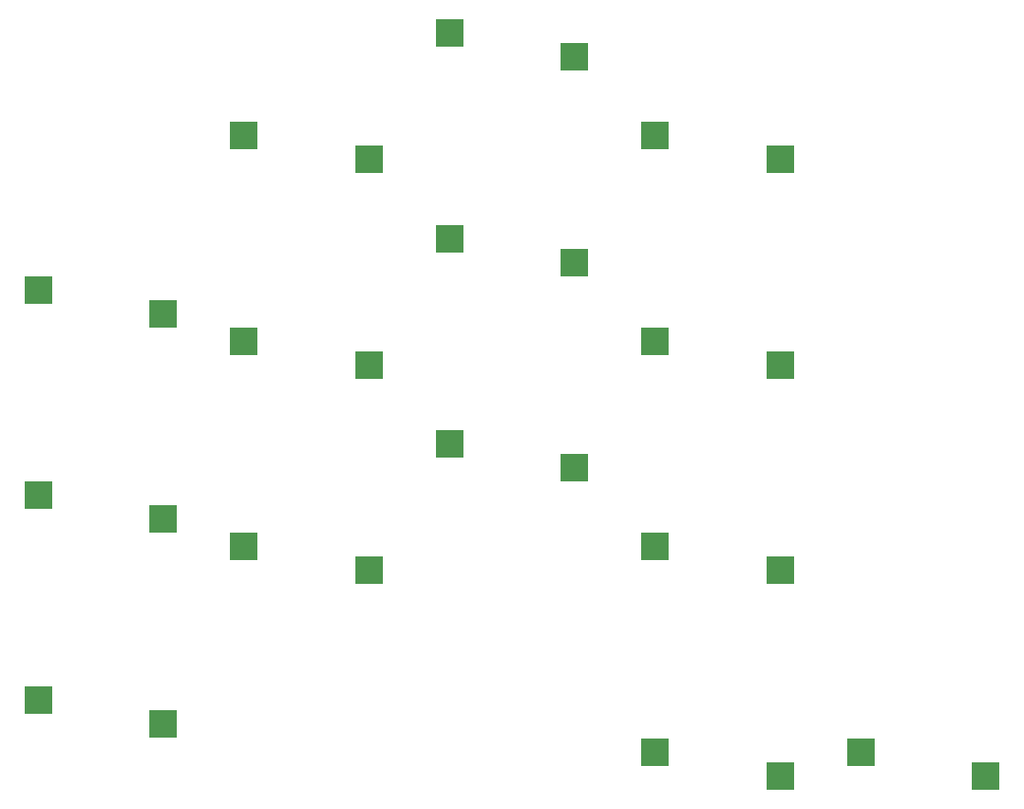
<source format=gbr>
%TF.GenerationSoftware,KiCad,Pcbnew,8.0.1*%
%TF.CreationDate,2024-11-14T23:23:20-08:00*%
%TF.ProjectId,roo_left_auto_routed,726f6f5f-6c65-4667-945f-6175746f5f72,0.1.0*%
%TF.SameCoordinates,Original*%
%TF.FileFunction,Paste,Bot*%
%TF.FilePolarity,Positive*%
%FSLAX46Y46*%
G04 Gerber Fmt 4.6, Leading zero omitted, Abs format (unit mm)*
G04 Created by KiCad (PCBNEW 8.0.1) date 2024-11-14 23:23:20*
%MOMM*%
%LPD*%
G01*
G04 APERTURE LIST*
%ADD10R,2.600000X2.600000*%
G04 APERTURE END LIST*
D10*
%TO.C,S13*%
X214310800Y-167635800D03*
X225860800Y-169835800D03*
%TD*%
%TO.C,S10*%
X214310800Y-148635800D03*
X225860800Y-150835800D03*
%TD*%
%TO.C,S11*%
X214310800Y-129635800D03*
X225860800Y-131835800D03*
%TD*%
%TO.C,S5*%
X176310800Y-129635800D03*
X187860800Y-131835800D03*
%TD*%
%TO.C,S1*%
X157310800Y-162885800D03*
X168860800Y-165085800D03*
%TD*%
%TO.C,S7*%
X195310800Y-139135800D03*
X206860800Y-141335800D03*
%TD*%
%TO.C,S3*%
X157310800Y-124885800D03*
X168860800Y-127085800D03*
%TD*%
%TO.C,S14*%
X233310800Y-167635800D03*
X244860800Y-169835800D03*
%TD*%
%TO.C,S8*%
X195310800Y-120135800D03*
X206860800Y-122335800D03*
%TD*%
%TO.C,S9*%
X195310800Y-101135800D03*
X206860800Y-103335800D03*
%TD*%
%TO.C,S12*%
X214310800Y-110635800D03*
X225860800Y-112835800D03*
%TD*%
%TO.C,S4*%
X176310800Y-148635800D03*
X187860800Y-150835800D03*
%TD*%
%TO.C,S2*%
X157310800Y-143885800D03*
X168860800Y-146085800D03*
%TD*%
%TO.C,S6*%
X176310800Y-110635800D03*
X187860800Y-112835800D03*
%TD*%
M02*

</source>
